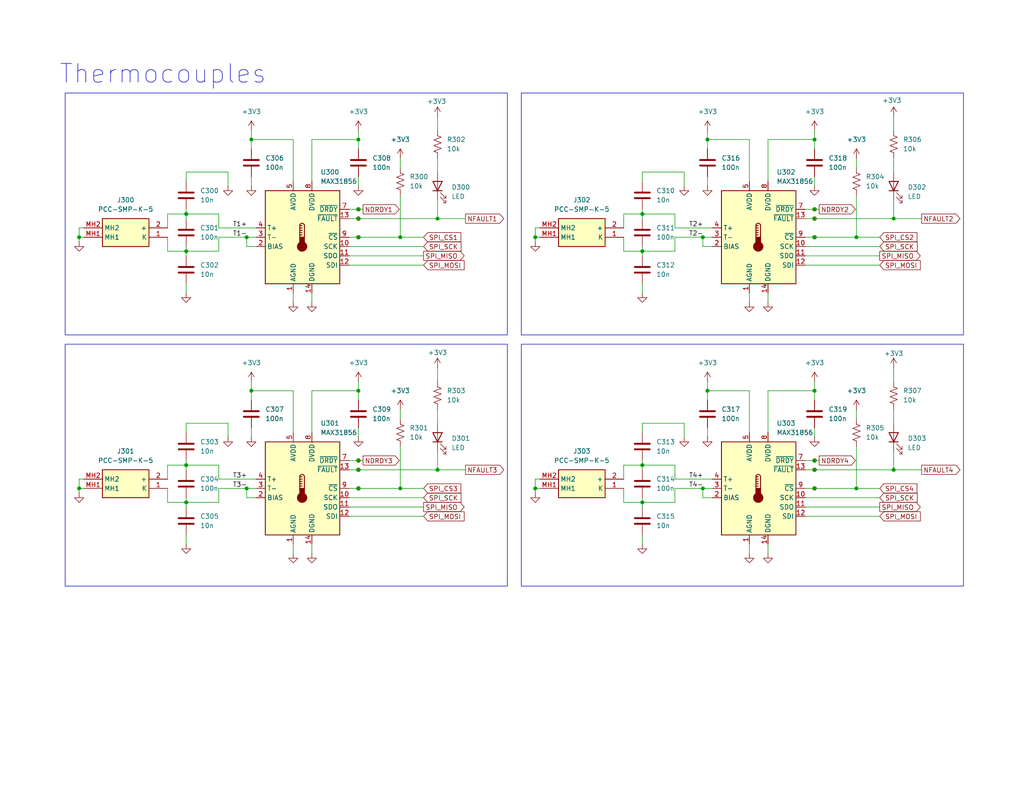
<source format=kicad_sch>
(kicad_sch (version 20250114) (generator "eeschema") (generator_version "9.0")
  (paper "USLetter")
  (title_block (title "Thermocouple Board") (date "2025-10-15") (rev "1A") (company "Aggie Propulsion and Rocketry Lab") (comment 1 "Drawn by: Nolan Poe") (comment 2 "Checked by: Daniel Fan"))
  (lib_symbols
    (symbol "Connector:TestPoint_Small" (pin_numbers (hide yes)) (pin_names (offset 0.762) (hide yes))
      (property "Reference" "TP" (at 0 3.81 0))
      (property "Value" "TestPoint_Small" (at 0 2.032 0))
      (symbol "TestPoint_Small_0_1"
        (circle (center 0 0) (radius 0.508))
      )
      (symbol "TestPoint_Small_1_1"
        (pin passive line (at 0 0 90) (length 0) (name "1") (number "1"))
      )
    )
    (symbol "Device:C" (pin_numbers (hide yes)) (pin_names (offset 0.254))
      (property "Reference" "C" (at 0.635 2.54 0))
      (property "Value" "C" (at 0.635 -2.54 0))
      (symbol "C_0_1"
        (polyline (pts (xy -2.032 0.762) (xy 2.032 0.762)) (stroke (width 0.508)))
        (polyline (pts (xy -2.032 -0.762) (xy 2.032 -0.762)) (stroke (width 0.508)))
      )
      (symbol "C_1_1"
        (pin passive line (at 0 3.81 270) (length 2.794) (name "~") (number "1"))
        (pin passive line (at 0 -3.81 90) (length 2.794) (name "~") (number "2"))
      )
    )
    (symbol "Device:LED" (pin_numbers (hide yes)) (pin_names (offset 1.016) (hide yes))
      (property "Reference" "D" (at 0 2.54 0))
      (property "Value" "LED" (at 0 -2.54 0))
      (symbol "LED_0_1"
        (polyline (pts (xy -3.048 -0.762) (xy -4.572 -2.286) (xy -3.81 -2.286) (xy -4.572 -2.286) (xy -4.572 -1.524)))
        (polyline (pts (xy -1.778 -0.762) (xy -3.302 -2.286) (xy -2.54 -2.286) (xy -3.302 -2.286) (xy -3.302 -1.524)))
        (polyline (pts (xy -1.27 0) (xy 1.27 0)))
        (polyline (pts (xy -1.27 -1.27) (xy -1.27 1.27)) (stroke (width 0.254)))
        (polyline (pts (xy 1.27 -1.27) (xy 1.27 1.27) (xy -1.27 0) (xy 1.27 -1.27)) (stroke (width 0.254)))
      )
      (symbol "LED_1_1"
        (pin passive line (at -3.81 0 0) (length 2.54) (name "K") (number "1"))
        (pin passive line (at 3.81 0 180) (length 2.54) (name "A") (number "2"))
      )
    )
    (symbol "Device:R_US" (pin_numbers (hide yes)) (pin_names (offset 0))
      (property "Reference" "R" (at 2.54 0 90))
      (property "Value" "R_US" (at -2.54 0 90))
      (symbol "R_US_0_1"
        (polyline (pts (xy 0 2.286) (xy 0 2.54)))
        (polyline (pts (xy 0 2.286) (xy 1.016 1.905) (xy 0 1.524) (xy -1.016 1.143) (xy 0 0.762)))
        (polyline (pts (xy 0 0.762) (xy 1.016 0.381) (xy 0 0) (xy -1.016 -0.381) (xy 0 -0.762)))
        (polyline (pts (xy 0 -0.762) (xy 1.016 -1.143) (xy 0 -1.524) (xy -1.016 -1.905) (xy 0 -2.286)))
        (polyline (pts (xy 0 -2.286) (xy 0 -2.54)))
      )
      (symbol "R_US_1_1"
        (pin passive line (at 0 3.81 270) (length 1.27) (name "~") (number "1"))
        (pin passive line (at 0 -3.81 90) (length 1.27) (name "~") (number "2"))
      )
    )
    (symbol "MAX31856TriState:MAX31856"
      (property "Reference" "U" (at -7.62 13.97 0))
      (property "Value" "MAX31856" (at 13.97 13.97 0))
      (symbol "MAX31856_0_1"
        (rectangle (start -10.16 12.7) (end 10.16 -12.7) (stroke (width 0.254)) (fill (type background)))
        (polyline (pts (xy -0.762 3.175) (xy -0.762 0)) (stroke (width 0.254)))
        (polyline (pts (xy -0.762 3.175) (xy -0.127 3.175)) (stroke (width 0.254)))
        (polyline (pts (xy -0.762 2.54) (xy -0.127 2.54)) (stroke (width 0.254)))
        (polyline (pts (xy -0.762 1.905) (xy -0.127 1.905)) (stroke (width 0.254)))
        (polyline (pts (xy -0.762 1.27) (xy -0.127 1.27)) (stroke (width 0.254)))
        (polyline (pts (xy -0.762 0.635) (xy -0.127 0.635)) (stroke (width 0.254)))
        (arc (start -0.762 3.175) (mid -0.127 3.8073) (end 0.508 3.175) (stroke (width 0.254)))
        (circle (center -0.127 -2.54) (radius 1.27) (stroke (width 0.254)) (fill (type outline)))
        (polyline (pts (xy 0.508 3.175) (xy 0.508 0)) (stroke (width 0.254)))
        (rectangle (start 0.508 -1.905) (end -0.762 0) (stroke (width 0.254)) (fill (type outline)))
      )
      (symbol "MAX31856_1_1"
        (pin input line (at -12.7 2.54 0) (length 2.54) (name "T+") (number "4"))
        (pin input line (at -12.7 0 0) (length 2.54) (name "T-") (number "3"))
        (pin input line (at -12.7 -2.54 0) (length 2.54) (name "BIAS") (number "2"))
        (pin no_connect line (at -10.16 -7.62 0) (length 2.54) (hide yes) (name "DNC") (number "6"))
        (pin power_in line (at -2.54 15.24 270) (length 2.54) (name "AVDD") (number "5"))
        (pin power_in line (at -2.54 -15.24 90) (length 2.54) (name "AGND") (number "1"))
        (pin power_in line (at 2.54 15.24 270) (length 2.54) (name "DVDD") (number "8"))
        (pin power_in line (at 2.54 -15.24 90) (length 2.54) (name "DGND") (number "14"))
        (pin output line (at 12.7 7.62 180) (length 2.54) (name "~{DRDY}") (number "7"))
        (pin output line (at 12.7 5.08 180) (length 2.54) (name "~{FAULT}") (number "13"))
        (pin input line (at 12.7 0 180) (length 2.54) (name "~{CS}") (number "9"))
        (pin input line (at 12.7 -2.54 180) (length 2.54) (name "SCK") (number "10"))
        (pin tri_state line (at 12.7 -5.08 180) (length 2.54) (name "SDO") (number "11"))
        (pin input line (at 12.7 -7.62 180) (length 2.54) (name "SDI") (number "12"))
      )
    )
    (symbol "PCC-SMP-K-5:PCC-SMP-K-5"
      (property "Reference" "J" (at 19.05 7.62 0))
      (property "Value" "PCC-SMP-K-5" (at 19.05 5.08 0))
      (symbol "PCC-SMP-K-5_1_1"
        (rectangle (start 5.08 2.54) (end 17.78 -5.08) (stroke (width 0.254)) (fill (type background)))
        (pin passive line (at 0 0 0) (length 5.08) (name "+") (number "2"))
        (pin passive line (at 0 -2.54 0) (length 5.08) (name "K") (number "1"))
        (pin passive line (at 22.86 0 180) (length 5.08) (name "MH2") (number "MH2"))
        (pin passive line (at 22.86 -2.54 180) (length 5.08) (name "MH1") (number "MH1"))
      )
    )
    (symbol "power:+3V3" (power) (pin_numbers (hide yes)) (pin_names (offset 0) (hide yes))
      (property "Value" "+3V3" (at 0 3.556 0))
      (symbol "+3V3_0_1"
        (polyline (pts (xy -0.762 1.27) (xy 0 2.54)))
        (polyline (pts (xy 0 2.54) (xy 0.762 1.27)))
        (polyline (pts (xy 0 0) (xy 0 2.54)))
      )
      (symbol "+3V3_1_1"
        (pin power_in line (at 0 0 90) (length 0) (name "~") (number "1"))
      )
    )
    (symbol "power:GND" (power) (pin_numbers (hide yes)) (pin_names (offset 0) (hide yes))
      (property "Value" "GND" (at 0 -3.81 0))
      (symbol "GND_0_1"
        (polyline (pts (xy 0 0) (xy 0 -1.27) (xy 1.27 -1.27) (xy 0 -2.54) (xy -1.27 -1.27) (xy 0 -1.27)))
      )
      (symbol "GND_1_1"
        (pin power_in line (at 0 0 270) (length 0) (name "~") (number "1"))
      )
    )
  )
  (rectangle (start 142.24 93.98) (end 262.89 160.02))
  (rectangle (start 17.78 93.98) (end 138.43 160.02))
  (rectangle (start 142.24 25.4) (end 262.89 91.44))
  (rectangle (start 17.78 25.4) (end 138.43 91.44))
  (text "Thermocouples" (at 44.45 20.32 0) (effects (font (size 5.08 5.08))))
  (junction (at 67.31 133.35))
  (junction (at 222.25 57.15))
  (junction (at 222.25 59.69))
  (junction (at 243.84 128.27))
  (junction (at 146.05 133.35))
  (junction (at 175.26 58.42))
  (junction (at 191.77 133.35))
  (junction (at 222.25 125.73))
  (junction (at 233.68 64.77))
  (junction (at 97.79 59.69))
  (junction (at 97.79 133.35))
  (junction (at 68.58 38.1))
  (junction (at 243.84 59.69))
  (junction (at 222.25 128.27))
  (junction (at 50.8 68.58))
  (junction (at 233.68 133.35))
  (junction (at 146.05 64.77))
  (junction (at 97.79 128.27))
  (junction (at 68.58 106.68))
  (junction (at 222.25 38.1))
  (junction (at 97.79 64.77))
  (junction (at 193.04 106.68))
  (junction (at 50.8 58.42))
  (junction (at 109.22 133.35))
  (junction (at 21.59 64.77))
  (junction (at 97.79 106.68))
  (junction (at 222.25 133.35))
  (junction (at 50.8 137.16))
  (junction (at 21.59 133.35))
  (junction (at 97.79 38.1))
  (junction (at 119.38 59.69))
  (junction (at 191.77 64.77))
  (junction (at 119.38 128.27))
  (junction (at 175.26 137.16))
  (junction (at 175.26 68.58))
  (junction (at 97.79 57.15))
  (junction (at 50.8 127))
  (junction (at 109.22 64.77))
  (junction (at 222.25 64.77))
  (junction (at 222.25 106.68))
  (junction (at 175.26 127))
  (junction (at 193.04 38.1))
  (junction (at 67.31 64.77))
  (junction (at 97.79 125.73))
  (wire (pts (xy 85.09 38.1) (xy 97.79 38.1)))
  (wire (pts (xy 69.85 130.81) (xy 59.69 130.81)))
  (wire (pts (xy 69.85 67.31) (xy 67.31 67.31)))
  (wire (pts (xy 119.38 100.33) (xy 119.38 104.14)))
  (wire (pts (xy 85.09 106.68) (xy 97.79 106.68)))
  (wire (pts (xy 209.55 151.13) (xy 209.55 148.59)))
  (wire (pts (xy 193.04 38.1) (xy 204.47 38.1)))
  (wire (pts (xy 85.09 151.13) (xy 85.09 148.59)))
  (wire (pts (xy 95.25 138.43) (xy 115.57 138.43)))
  (wire (pts (xy 222.25 116.84) (xy 222.25 119.38)))
  (wire (pts (xy 97.79 64.77) (xy 95.25 64.77)))
  (wire (pts (xy 170.18 133.35) (xy 170.18 137.16)))
  (wire (pts (xy 219.71 69.85) (xy 240.03 69.85)))
  (wire (pts (xy 67.31 64.77) (xy 69.85 64.77)))
  (wire (pts (xy 85.09 118.11) (xy 85.09 106.68)))
  (wire (pts (xy 146.05 130.81) (xy 146.05 133.35)))
  (wire (pts (xy 186.69 115.57) (xy 175.26 115.57)))
  (wire (pts (xy 243.84 31.75) (xy 243.84 35.56)))
  (wire (pts (xy 191.77 133.35) (xy 194.31 133.35)))
  (wire (pts (xy 95.25 69.85) (xy 115.57 69.85)))
  (wire (pts (xy 184.15 64.77) (xy 184.15 68.58)))
  (wire (pts (xy 243.84 123.19) (xy 243.84 128.27)))
  (wire (pts (xy 50.8 68.58) (xy 59.69 68.58)))
  (wire (pts (xy 62.23 50.8) (xy 62.23 46.99)))
  (wire (pts (xy 95.25 59.69) (xy 97.79 59.69)))
  (wire (pts (xy 175.26 146.05) (xy 175.26 148.59)))
  (wire (pts (xy 191.77 133.35) (xy 191.77 135.89)))
  (wire (pts (xy 85.09 82.55) (xy 85.09 80.01)))
  (wire (pts (xy 50.8 127) (xy 59.69 127)))
  (wire (pts (xy 222.25 48.26) (xy 222.25 50.8)))
  (wire (pts (xy 69.85 62.23) (xy 59.69 62.23)))
  (wire (pts (xy 68.58 38.1) (xy 80.01 38.1)))
  (wire (pts (xy 59.69 64.77) (xy 59.69 68.58)))
  (wire (pts (xy 170.18 127) (xy 170.18 130.81)))
  (wire (pts (xy 193.04 35.56) (xy 193.04 38.1)))
  (wire (pts (xy 170.18 58.42) (xy 170.18 62.23)))
  (wire (pts (xy 175.26 46.99) (xy 175.26 49.53)))
  (wire (pts (xy 209.55 118.11) (xy 209.55 106.68)))
  (wire (pts (xy 21.59 130.81) (xy 22.86 130.81)))
  (wire (pts (xy 50.8 125.73) (xy 50.8 127)))
  (wire (pts (xy 175.26 127) (xy 170.18 127)))
  (wire (pts (xy 209.55 38.1) (xy 222.25 38.1)))
  (wire (pts (xy 233.68 64.77) (xy 240.03 64.77)))
  (wire (pts (xy 67.31 135.89) (xy 69.85 135.89)))
  (wire (pts (xy 222.25 106.68) (xy 222.25 109.22)))
  (wire (pts (xy 219.71 67.31) (xy 240.03 67.31)))
  (wire (pts (xy 175.26 69.85) (xy 175.26 68.58)))
  (wire (pts (xy 95.25 128.27) (xy 97.79 128.27)))
  (wire (pts (xy 194.31 62.23) (xy 184.15 62.23)))
  (wire (pts (xy 193.04 104.14) (xy 193.04 106.68)))
  (wire (pts (xy 68.58 106.68) (xy 68.58 109.22)))
  (wire (pts (xy 50.8 46.99) (xy 50.8 49.53)))
  (wire (pts (xy 109.22 43.18) (xy 109.22 45.72)))
  (wire (pts (xy 21.59 62.23) (xy 21.59 64.77)))
  (wire (pts (xy 99.06 125.73) (xy 97.79 125.73)))
  (wire (pts (xy 219.71 72.39) (xy 240.03 72.39)))
  (wire (pts (xy 191.77 67.31) (xy 191.77 64.77)))
  (wire (pts (xy 175.26 68.58) (xy 184.15 68.58)))
  (wire (pts (xy 222.25 133.35) (xy 219.71 133.35)))
  (wire (pts (xy 184.15 62.23) (xy 184.15 58.42)))
  (wire (pts (xy 146.05 64.77) (xy 147.32 64.77)))
  (wire (pts (xy 68.58 104.14) (xy 68.58 106.68)))
  (wire (pts (xy 175.26 138.43) (xy 175.26 137.16)))
  (wire (pts (xy 243.84 43.18) (xy 243.84 46.99)))
  (wire (pts (xy 59.69 64.77) (xy 67.31 64.77)))
  (wire (pts (xy 193.04 119.38) (xy 193.04 116.84)))
  (wire (pts (xy 170.18 137.16) (xy 175.26 137.16)))
  (wire (pts (xy 68.58 38.1) (xy 68.58 40.64)))
  (wire (pts (xy 146.05 130.81) (xy 147.32 130.81)))
  (wire (pts (xy 219.71 57.15) (xy 222.25 57.15)))
  (wire (pts (xy 222.25 38.1) (xy 222.25 40.64)))
  (wire (pts (xy 68.58 106.68) (xy 80.01 106.68)))
  (wire (pts (xy 233.68 43.18) (xy 233.68 45.72)))
  (wire (pts (xy 62.23 46.99) (xy 50.8 46.99)))
  (wire (pts (xy 209.55 82.55) (xy 209.55 80.01)))
  (wire (pts (xy 68.58 119.38) (xy 68.58 116.84)))
  (wire (pts (xy 222.25 128.27) (xy 219.71 128.27)))
  (wire (pts (xy 50.8 138.43) (xy 50.8 137.16)))
  (wire (pts (xy 243.84 128.27) (xy 222.25 128.27)))
  (wire (pts (xy 146.05 62.23) (xy 146.05 64.77)))
  (wire (pts (xy 97.79 48.26) (xy 97.79 50.8)))
  (wire (pts (xy 175.26 77.47) (xy 175.26 80.01)))
  (wire (pts (xy 95.25 125.73) (xy 97.79 125.73)))
  (wire (pts (xy 175.26 127) (xy 175.26 128.27)))
  (wire (pts (xy 204.47 151.13) (xy 204.47 148.59)))
  (wire (pts (xy 170.18 68.58) (xy 175.26 68.58)))
  (wire (pts (xy 146.05 133.35) (xy 147.32 133.35)))
  (wire (pts (xy 109.22 111.76) (xy 109.22 114.3)))
  (wire (pts (xy 219.71 125.73) (xy 222.25 125.73)))
  (wire (pts (xy 109.22 133.35) (xy 115.57 133.35)))
  (wire (pts (xy 194.31 130.81) (xy 184.15 130.81)))
  (wire (pts (xy 119.38 43.18) (xy 119.38 46.99)))
  (wire (pts (xy 119.38 111.76) (xy 119.38 115.57)))
  (wire (pts (xy 243.84 100.33) (xy 243.84 104.14)))
  (wire (pts (xy 146.05 133.35) (xy 146.05 134.62)))
  (wire (pts (xy 59.69 62.23) (xy 59.69 58.42)))
  (wire (pts (xy 219.71 140.97) (xy 240.03 140.97)))
  (wire (pts (xy 45.72 127) (xy 45.72 130.81)))
  (wire (pts (xy 175.26 58.42) (xy 184.15 58.42)))
  (wire (pts (xy 85.09 49.53) (xy 85.09 38.1)))
  (wire (pts (xy 222.25 64.77) (xy 219.71 64.77)))
  (wire (pts (xy 67.31 133.35) (xy 69.85 133.35)))
  (wire (pts (xy 50.8 115.57) (xy 50.8 118.11)))
  (wire (pts (xy 243.84 59.69) (xy 251.46 59.69)))
  (wire (pts (xy 186.69 119.38) (xy 186.69 115.57)))
  (wire (pts (xy 80.01 82.55) (xy 80.01 80.01)))
  (wire (pts (xy 45.72 137.16) (xy 50.8 137.16)))
  (wire (pts (xy 193.04 106.68) (xy 193.04 109.22)))
  (wire (pts (xy 95.25 57.15) (xy 97.79 57.15)))
  (wire (pts (xy 175.26 137.16) (xy 184.15 137.16)))
  (wire (pts (xy 175.26 58.42) (xy 170.18 58.42)))
  (wire (pts (xy 233.68 133.35) (xy 222.25 133.35)))
  (wire (pts (xy 175.26 68.58) (xy 175.26 67.31)))
  (wire (pts (xy 109.22 64.77) (xy 115.57 64.77)))
  (wire (pts (xy 193.04 106.68) (xy 204.47 106.68)))
  (wire (pts (xy 204.47 38.1) (xy 204.47 49.53)))
  (wire (pts (xy 219.71 138.43) (xy 240.03 138.43)))
  (wire (pts (xy 243.84 111.76) (xy 243.84 115.57)))
  (wire (pts (xy 109.22 133.35) (xy 97.79 133.35)))
  (wire (pts (xy 175.26 58.42) (xy 175.26 59.69)))
  (wire (pts (xy 50.8 137.16) (xy 50.8 135.89)))
  (wire (pts (xy 186.69 46.99) (xy 175.26 46.99)))
  (wire (pts (xy 222.25 35.56) (xy 222.25 38.1)))
  (wire (pts (xy 50.8 68.58) (xy 50.8 67.31)))
  (wire (pts (xy 50.8 57.15) (xy 50.8 58.42)))
  (wire (pts (xy 50.8 127) (xy 50.8 128.27)))
  (wire (pts (xy 95.25 140.97) (xy 115.57 140.97)))
  (wire (pts (xy 97.79 106.68) (xy 97.79 109.22)))
  (wire (pts (xy 50.8 69.85) (xy 50.8 68.58)))
  (wire (pts (xy 175.26 137.16) (xy 175.26 135.89)))
  (wire (pts (xy 175.26 115.57) (xy 175.26 118.11)))
  (wire (pts (xy 45.72 64.77) (xy 45.72 68.58)))
  (wire (pts (xy 80.01 106.68) (xy 80.01 118.11)))
  (wire (pts (xy 194.31 67.31) (xy 191.77 67.31)))
  (wire (pts (xy 119.38 59.69) (xy 127 59.69)))
  (wire (pts (xy 97.79 128.27) (xy 119.38 128.27)))
  (wire (pts (xy 233.68 133.35) (xy 240.03 133.35)))
  (wire (pts (xy 21.59 133.35) (xy 21.59 134.62)))
  (wire (pts (xy 119.38 31.75) (xy 119.38 35.56)))
  (wire (pts (xy 59.69 133.35) (xy 59.69 137.16)))
  (wire (pts (xy 204.47 82.55) (xy 204.47 80.01)))
  (wire (pts (xy 50.8 77.47) (xy 50.8 80.01)))
  (wire (pts (xy 68.58 50.8) (xy 68.58 48.26)))
  (wire (pts (xy 175.26 57.15) (xy 175.26 58.42)))
  (wire (pts (xy 109.22 64.77) (xy 97.79 64.77)))
  (wire (pts (xy 50.8 127) (xy 45.72 127)))
  (wire (pts (xy 119.38 128.27) (xy 127 128.27)))
  (wire (pts (xy 50.8 58.42) (xy 59.69 58.42)))
  (wire (pts (xy 109.22 53.34) (xy 109.22 64.77)))
  (wire (pts (xy 97.79 38.1) (xy 97.79 40.64)))
  (wire (pts (xy 243.84 54.61) (xy 243.84 59.69)))
  (wire (pts (xy 97.79 104.14) (xy 97.79 106.68)))
  (wire (pts (xy 50.8 58.42) (xy 45.72 58.42)))
  (wire (pts (xy 67.31 67.31) (xy 67.31 64.77)))
  (wire (pts (xy 50.8 146.05) (xy 50.8 148.59)))
  (wire (pts (xy 186.69 50.8) (xy 186.69 46.99)))
  (wire (pts (xy 95.25 67.31) (xy 115.57 67.31)))
  (wire (pts (xy 194.31 135.89) (xy 191.77 135.89)))
  (wire (pts (xy 146.05 62.23) (xy 147.32 62.23)))
  (wire (pts (xy 184.15 130.81) (xy 184.15 127)))
  (wire (pts (xy 193.04 38.1) (xy 193.04 40.64)))
  (wire (pts (xy 21.59 64.77) (xy 21.59 66.04)))
  (wire (pts (xy 222.25 125.73) (xy 223.52 125.73)))
  (wire (pts (xy 21.59 133.35) (xy 22.86 133.35)))
  (wire (pts (xy 95.25 135.89) (xy 115.57 135.89)))
  (wire (pts (xy 209.55 106.68) (xy 222.25 106.68)))
  (wire (pts (xy 62.23 119.38) (xy 62.23 115.57)))
  (wire (pts (xy 21.59 64.77) (xy 22.86 64.77)))
  (wire (pts (xy 45.72 133.35) (xy 45.72 137.16)))
  (wire (pts (xy 80.01 38.1) (xy 80.01 49.53)))
  (wire (pts (xy 233.68 64.77) (xy 222.25 64.77)))
  (wire (pts (xy 233.68 53.34) (xy 233.68 64.77)))
  (wire (pts (xy 62.23 115.57) (xy 50.8 115.57)))
  (wire (pts (xy 219.71 59.69) (xy 222.25 59.69)))
  (wire (pts (xy 119.38 54.61) (xy 119.38 59.69)))
  (wire (pts (xy 50.8 137.16) (xy 59.69 137.16)))
  (wire (pts (xy 243.84 128.27) (xy 251.46 128.27)))
  (wire (pts (xy 184.15 64.77) (xy 191.77 64.77)))
  (wire (pts (xy 219.71 135.89) (xy 240.03 135.89)))
  (wire (pts (xy 99.06 57.15) (xy 97.79 57.15)))
  (wire (pts (xy 222.25 57.15) (xy 223.52 57.15)))
  (wire (pts (xy 170.18 64.77) (xy 170.18 68.58)))
  (wire (pts (xy 175.26 125.73) (xy 175.26 127)))
  (wire (pts (xy 68.58 35.56) (xy 68.58 38.1)))
  (wire (pts (xy 222.25 104.14) (xy 222.25 106.68)))
  (wire (pts (xy 191.77 64.77) (xy 194.31 64.77)))
  (wire (pts (xy 45.72 58.42) (xy 45.72 62.23)))
  (wire (pts (xy 59.69 133.35) (xy 67.31 133.35)))
  (wire (pts (xy 193.04 50.8) (xy 193.04 48.26)))
  (wire (pts (xy 184.15 133.35) (xy 191.77 133.35)))
  (wire (pts (xy 209.55 49.53) (xy 209.55 38.1)))
  (wire (pts (xy 97.79 133.35) (xy 95.25 133.35)))
  (wire (pts (xy 97.79 59.69) (xy 119.38 59.69)))
  (wire (pts (xy 222.25 59.69) (xy 243.84 59.69)))
  (wire (pts (xy 146.05 64.77) (xy 146.05 66.04)))
  (wire (pts (xy 175.26 127) (xy 184.15 127)))
  (wire (pts (xy 109.22 121.92) (xy 109.22 133.35)))
  (wire (pts (xy 50.8 58.42) (xy 50.8 59.69)))
  (wire (pts (xy 95.25 72.39) (xy 115.57 72.39)))
  (wire (pts (xy 67.31 135.89) (xy 67.31 133.35)))
  (wire (pts (xy 233.68 111.76) (xy 233.68 114.3)))
  (wire (pts (xy 204.47 106.68) (xy 204.47 118.11)))
  (wire (pts (xy 233.68 121.92) (xy 233.68 133.35)))
  (wire (pts (xy 21.59 130.81) (xy 21.59 133.35)))
  (wire (pts (xy 59.69 130.81) (xy 59.69 127)))
  (wire (pts (xy 97.79 116.84) (xy 97.79 119.38)))
  (wire (pts (xy 184.15 133.35) (xy 184.15 137.16)))
  (wire (pts (xy 45.72 68.58) (xy 50.8 68.58)))
  (wire (pts (xy 97.79 35.56) (xy 97.79 38.1)))
  (wire (pts (xy 21.59 62.23) (xy 22.86 62.23)))
  (wire (pts (xy 119.38 123.19) (xy 119.38 128.27)))
  (wire (pts (xy 80.01 151.13) (xy 80.01 148.59)))
  (label "T4-" (at 187.96 133.35 0))
  (label "T2-" (at 187.96 64.77 0))
  (label "T2+" (at 187.96 62.23 0))
  (label "T1+" (at 63.5 62.23 0))
  (label "T3+" (at 63.5 130.81 0))
  (label "T4+" (at 187.96 130.81 0))
  (label "T3-" (at 63.5 133.35 0))
  (label "T1-" (at 63.5 64.77 0))
  (global_label "SPI_MISO" (shape output) (at 240.03 138.43 0) (property "Intersheetrefs" "${INTERSHEET_REFS}" (effects (hide yes))))
  (global_label "NFAULT1" (shape output) (at 127 59.69 0) (property "Intersheetrefs" "${INTERSHEET_REFS}" (effects (hide yes))))
  (global_label "NDRDY4" (shape output) (at 223.52 125.73 0) (property "Intersheetrefs" "${INTERSHEET_REFS}" (effects (hide yes))))
  (global_label "SPI_SCK" (shape input) (at 115.57 135.89 0) (property "Intersheetrefs" "${INTERSHEET_REFS}" (effects (hide yes))))
  (global_label "SPI_MISO" (shape output) (at 115.57 69.85 0) (property "Intersheetrefs" "${INTERSHEET_REFS}" (effects (hide yes))))
  (global_label "NFAULT4" (shape output) (at 251.46 128.27 0) (property "Intersheetrefs" "${INTERSHEET_REFS}" (effects (hide yes))))
  (global_label "SPI_MOSI" (shape input) (at 115.57 140.97 0) (property "Intersheetrefs" "${INTERSHEET_REFS}" (effects (hide yes))))
  (global_label "SPI_MISO" (shape output) (at 240.03 69.85 0) (property "Intersheetrefs" "${INTERSHEET_REFS}" (effects (hide yes))))
  (global_label "NFAULT2" (shape output) (at 251.46 59.69 0) (property "Intersheetrefs" "${INTERSHEET_REFS}" (effects (hide yes))))
  (global_label "SPI_CS1" (shape input) (at 115.57 64.77 0) (property "Intersheetrefs" "${INTERSHEET_REFS}" (effects (hide yes))))
  (global_label "SPI_SCK" (shape input) (at 240.03 67.31 0) (property "Intersheetrefs" "${INTERSHEET_REFS}" (effects (hide yes))))
  (global_label "SPI_MOSI" (shape input) (at 240.03 140.97 0) (property "Intersheetrefs" "${INTERSHEET_REFS}" (effects (hide yes))))
  (global_label "NDRDY3" (shape output) (at 99.06 125.73 0) (property "Intersheetrefs" "${INTERSHEET_REFS}" (effects (hide yes))))
  (global_label "NFAULT3" (shape output) (at 127 128.27 0) (property "Intersheetrefs" "${INTERSHEET_REFS}" (effects (hide yes))))
  (global_label "SPI_CS4" (shape input) (at 240.03 133.35 0) (property "Intersheetrefs" "${INTERSHEET_REFS}" (effects (hide yes))))
  (global_label "SPI_MISO" (shape output) (at 115.57 138.43 0) (property "Intersheetrefs" "${INTERSHEET_REFS}" (effects (hide yes))))
  (global_label "SPI_MOSI" (shape input) (at 240.03 72.39 0) (property "Intersheetrefs" "${INTERSHEET_REFS}" (effects (hide yes))))
  (global_label "SPI_MOSI" (shape input) (at 115.57 72.39 0) (property "Intersheetrefs" "${INTERSHEET_REFS}" (effects (hide yes))))
  (global_label "NDRDY1" (shape output) (at 99.06 57.15 0) (property "Intersheetrefs" "${INTERSHEET_REFS}" (effects (hide yes))))
  (global_label "SPI_SCK" (shape input) (at 115.57 67.31 0) (property "Intersheetrefs" "${INTERSHEET_REFS}" (effects (hide yes))))
  (global_label "SPI_CS3" (shape input) (at 115.57 133.35 0) (property "Intersheetrefs" "${INTERSHEET_REFS}" (effects (hide yes))))
  (global_label "SPI_CS2" (shape input) (at 240.03 64.77 0) (property "Intersheetrefs" "${INTERSHEET_REFS}" (effects (hide yes))))
  (global_label "NDRDY2" (shape output) (at 223.52 57.15 0) (property "Intersheetrefs" "${INTERSHEET_REFS}" (effects (hide yes))))
  (global_label "SPI_SCK" (shape input) (at 240.03 135.89 0) (property "Intersheetrefs" "${INTERSHEET_REFS}" (effects (hide yes))))
  (symbol (lib_id "Device:R_US") (at 243.84 107.95 0) (unit 1)
    (property "Reference" "R307" (at 246.38 106.6799 0) (effects (justify left)))
    (property "Value" "10k" (at 246.38 109.2199 0) (effects (justify left)))
    (property "Footprint" "Library:R_0402_1005Metric" (effects (hide yes)))
    (property "Description" "Resistor, US symbol" (effects (hide yes)))
    (property "LCSC" "C105875" (effects (hide yes)))
  )
  (symbol (lib_id "Connector:TestPoint_Small") (at 222.25 133.35 0) (unit 1) (in_bom no)
    (property "Reference" "TP311" (effects (hide yes)))
    (property "Value" "TestPoint_Small" (effects (hide yes)))
    (property "Footprint" "Library:TestPoint_Pad_D1.0mm" (effects (hide yes)))
    (property "Description" "test point" (effects (hide yes)))
  )
  (symbol (lib_id "PCC-SMP-K-5:PCC-SMP-K-5") (at 170.18 62.23 0) (mirror y) (unit 1)
    (property "Reference" "J302" (at 158.75 54.61 0))
    (property "Value" "PCC-SMP-K-5" (at 158.75 57.15 0))
    (property "Footprint" "Omega:PCCSMPK5" (effects (hide yes)))
    (property "Datasheet" "https://br.omega.com/omegaFiles/temperature/pdf/PCC-OST-SMP.pdf" (effects (hide yes)))
    (property "Description" "OMEGA - PCC-SMP-K-5 - THERMOCOUPLE CONN, K TYPE, RCPT, PK 5" (effects (hide yes)))
    (property "Height" "6.3" (effects (hide yes)))
    (property "Manufacturer_Name" "OMEGA" (effects (hide yes)))
    (property "Manufacturer_Part_Number" "PCC-SMP-K-5" (effects (hide yes)))
  )
  (symbol (lib_id "power:GND") (at 62.23 50.8 0) (unit 1)
    (property "Reference" "#PWR0304" (effects (hide yes)))
    (property "Value" "GND" (effects (hide yes)))
    (property "Description" "Power symbol creates a global label with name \"GND\" , ground" (effects (hide yes)))
  )
  (symbol (lib_id "Connector:TestPoint_Small") (at 97.79 57.15 0) (unit 1) (in_bom no)
    (property "Reference" "TP300" (effects (hide yes)))
    (property "Value" "TestPoint_Small" (effects (hide yes)))
    (property "Footprint" "Library:TestPoint_Pad_D1.0mm" (effects (hide yes)))
    (property "Description" "test point" (effects (hide yes)))
  )
  (symbol (lib_id "MAX31856TriState:MAX31856") (at 207.01 64.77 0) (unit 1)
    (property "Reference" "U302" (at 211.8995 46.99 0) (effects (justify left)))
    (property "Value" "MAX31856" (at 211.8995 49.53 0) (effects (justify left)))
    (property "Footprint" "Package_SO:TSSOP-14_4.4x5mm_P0.65mm" (effects (hide yes)))
    (property "Datasheet" "https://datasheets.maximintegrated.com/en/ds/MAX31856.pdf" (effects (hide yes)))
    (property "Description" "Precision Thermocouple to Digital Converter with Linearization, TSSOP-14" (effects (hide yes)))
    (property "LCSC" "C2653162" (effects (hide yes)))
  )
  (symbol (lib_id "Connector:TestPoint_Small") (at 97.79 64.77 0) (unit 1) (in_bom no)
    (property "Reference" "TP302" (effects (hide yes)))
    (property "Value" "TestPoint_Small" (effects (hide yes)))
    (property "Footprint" "Library:TestPoint_Pad_D1.0mm" (effects (hide yes)))
    (property "Description" "test point" (effects (hide yes)))
  )
  (symbol (lib_id "Device:C") (at 68.58 113.03 0) (unit 1)
    (property "Reference" "C307" (at 72.39 111.7599 0) (effects (justify left)))
    (property "Value" "100n" (at 72.39 114.2999 0) (effects (justify left)))
    (property "Footprint" "Library:C_0402_1005Metric" (effects (hide yes)))
    (property "Description" "Unpolarized capacitor" (effects (hide yes)))
    (property "LCSC" "C1525" (effects (hide yes)))
  )
  (symbol (lib_id "power:+3V3") (at 193.04 104.14 0) (unit 1)
    (property "Reference" "#PWR0330" (effects (hide yes)))
    (property "Value" "+3V3" (at 193.04 99.06 0))
    (property "Description" "Power symbol creates a global label with name \"+3V3\"" (effects (hide yes)))
  )
  (symbol (lib_id "power:GND") (at 204.47 151.13 0) (unit 1)
    (property "Reference" "#PWR0333" (effects (hide yes)))
    (property "Value" "GND" (effects (hide yes)))
    (property "Description" "Power symbol creates a global label with name \"GND\" , ground" (effects (hide yes)))
  )
  (symbol (lib_id "PCC-SMP-K-5:PCC-SMP-K-5") (at 170.18 130.81 0) (mirror y) (unit 1)
    (property "Reference" "J303" (at 158.75 123.19 0))
    (property "Value" "PCC-SMP-K-5" (at 158.75 125.73 0))
    (property "Footprint" "Omega:PCCSMPK5" (effects (hide yes)))
    (property "Datasheet" "https://br.omega.com/omegaFiles/temperature/pdf/PCC-OST-SMP.pdf" (effects (hide yes)))
    (property "Description" "OMEGA - PCC-SMP-K-5 - THERMOCOUPLE CONN, K TYPE, RCPT, PK 5" (effects (hide yes)))
    (property "Height" "6.3" (effects (hide yes)))
    (property "Manufacturer_Name" "OMEGA" (effects (hide yes)))
    (property "Manufacturer_Part_Number" "PCC-SMP-K-5" (effects (hide yes)))
  )
  (symbol (lib_id "power:GND") (at 193.04 119.38 0) (unit 1)
    (property "Reference" "#PWR0331" (effects (hide yes)))
    (property "Value" "GND" (effects (hide yes)))
    (property "Description" "Power symbol creates a global label with name \"GND\" , ground" (effects (hide yes)))
  )
  (symbol (lib_id "power:+3V3") (at 68.58 104.14 0) (unit 1)
    (property "Reference" "#PWR0308" (effects (hide yes)))
    (property "Value" "+3V3" (at 68.58 99.06 0))
    (property "Description" "Power symbol creates a global label with name \"+3V3\"" (effects (hide yes)))
  )
  (symbol (lib_id "power:+3V3") (at 68.58 35.56 0) (unit 1)
    (property "Reference" "#PWR0306" (effects (hide yes)))
    (property "Value" "+3V3" (at 68.58 30.48 0))
    (property "Description" "Power symbol creates a global label with name \"+3V3\"" (effects (hide yes)))
  )
  (symbol (lib_id "power:GND") (at 175.26 148.59 0) (unit 1)
    (property "Reference" "#PWR0325" (effects (hide yes)))
    (property "Value" "GND" (effects (hide yes)))
    (property "Description" "Power symbol creates a global label with name \"GND\" , ground" (effects (hide yes)))
  )
  (symbol (lib_id "power:GND") (at 85.09 82.55 0) (unit 1)
    (property "Reference" "#PWR0312" (effects (hide yes)))
    (property "Value" "GND" (effects (hide yes)))
    (property "Description" "Power symbol creates a global label with name \"GND\" , ground" (effects (hide yes)))
  )
  (symbol (lib_id "Device:C") (at 193.04 44.45 0) (unit 1)
    (property "Reference" "C316" (at 196.85 43.1799 0) (effects (justify left)))
    (property "Value" "100n" (at 196.85 45.7199 0) (effects (justify left)))
    (property "Footprint" "Library:C_0402_1005Metric" (effects (hide yes)))
    (property "Description" "Unpolarized capacitor" (effects (hide yes)))
    (property "LCSC" "C1525" (effects (hide yes)))
  )
  (symbol (lib_id "Device:C") (at 97.79 44.45 0) (unit 1)
    (property "Reference" "C308" (at 101.6 43.1799 0) (effects (justify left)))
    (property "Value" "100n" (at 101.6 45.7199 0) (effects (justify left)))
    (property "Footprint" "Library:C_0402_1005Metric" (effects (hide yes)))
    (property "Description" "Unpolarized capacitor" (effects (hide yes)))
    (property "LCSC" "C1525" (effects (hide yes)))
  )
  (symbol (lib_id "MAX31856TriState:MAX31856") (at 82.55 133.35 0) (unit 1)
    (property "Reference" "U301" (at 87.4395 115.57 0) (effects (justify left)))
    (property "Value" "MAX31856" (at 87.4395 118.11 0) (effects (justify left)))
    (property "Footprint" "Package_SO:TSSOP-14_4.4x5mm_P0.65mm" (effects (hide yes)))
    (property "Datasheet" "https://datasheets.maximintegrated.com/en/ds/MAX31856.pdf" (effects (hide yes)))
    (property "Description" "Precision Thermocouple to Digital Converter with Linearization, TSSOP-14" (effects (hide yes)))
    (property "LCSC" "C2653162" (effects (hide yes)))
  )
  (symbol (lib_id "Device:C") (at 50.8 121.92 0) (unit 1)
    (property "Reference" "C303" (at 54.61 120.6499 0) (effects (justify left)))
    (property "Value" "10n" (at 54.61 123.1899 0) (effects (justify left)))
    (property "Footprint" "Library:C_0402_1005Metric" (effects (hide yes)))
    (property "Description" "Unpolarized capacitor" (effects (hide yes)))
    (property "LCSC" "C15195" (effects (hide yes)))
  )
  (symbol (lib_id "power:+3V3") (at 97.79 104.14 0) (unit 1)
    (property "Reference" "#PWR0316" (effects (hide yes)))
    (property "Value" "+3V3" (at 97.79 99.06 0))
    (property "Description" "Power symbol creates a global label with name \"+3V3\"" (effects (hide yes)))
  )
  (symbol (lib_id "power:GND") (at 209.55 151.13 0) (unit 1)
    (property "Reference" "#PWR0335" (effects (hide yes)))
    (property "Value" "GND" (effects (hide yes)))
    (property "Description" "Power symbol creates a global label with name \"GND\" , ground" (effects (hide yes)))
  )
  (symbol (lib_id "Connector:TestPoint_Small") (at 97.79 59.69 0) (unit 1) (in_bom no)
    (property "Reference" "TP301" (effects (hide yes)))
    (property "Value" "TestPoint_Small" (effects (hide yes)))
    (property "Footprint" "Library:TestPoint_Pad_D1.0mm" (effects (hide yes)))
    (property "Description" "test point" (effects (hide yes)))
  )
  (symbol (lib_id "power:GND") (at 68.58 119.38 0) (unit 1)
    (property "Reference" "#PWR0309" (effects (hide yes)))
    (property "Value" "GND" (effects (hide yes)))
    (property "Description" "Power symbol creates a global label with name \"GND\" , ground" (effects (hide yes)))
  )
  (symbol (lib_id "Device:R_US") (at 119.38 39.37 0) (unit 1)
    (property "Reference" "R302" (at 121.92 38.0999 0) (effects (justify left)))
    (property "Value" "10k" (at 121.92 40.6399 0) (effects (justify left)))
    (property "Footprint" "Library:R_0402_1005Metric" (effects (hide yes)))
    (property "Description" "Resistor, US symbol" (effects (hide yes)))
    (property "LCSC" "C105875" (effects (hide yes)))
  )
  (symbol (lib_id "Device:C") (at 50.8 132.08 0) (unit 1)
    (property "Reference" "C304" (at 54.61 130.8099 0) (effects (justify left)))
    (property "Value" "100n" (at 54.61 133.3499 0) (effects (justify left)))
    (property "Footprint" "Library:C_0402_1005Metric" (effects (hide yes)))
    (property "Description" "Unpolarized capacitor" (effects (hide yes)))
    (property "LCSC" "C1525" (effects (hide yes)))
  )
  (symbol (lib_id "MAX31856TriState:MAX31856") (at 82.55 64.77 0) (unit 1)
    (property "Reference" "U300" (at 87.4395 46.99 0) (effects (justify left)))
    (property "Value" "MAX31856" (at 87.4395 49.53 0) (effects (justify left)))
    (property "Footprint" "Package_SO:TSSOP-14_4.4x5mm_P0.65mm" (effects (hide yes)))
    (property "Datasheet" "https://datasheets.maximintegrated.com/en/ds/MAX31856.pdf" (effects (hide yes)))
    (property "Description" "Precision Thermocouple to Digital Converter with Linearization, TSSOP-14" (effects (hide yes)))
    (property "LCSC" "C2653162" (effects (hide yes)))
  )
  (symbol (lib_id "power:GND") (at 186.69 50.8 0) (unit 1)
    (property "Reference" "#PWR0326" (effects (hide yes)))
    (property "Value" "GND" (effects (hide yes)))
    (property "Description" "Power symbol creates a global label with name \"GND\" , ground" (effects (hide yes)))
  )
  (symbol (lib_id "power:+3V3") (at 109.22 111.76 0) (unit 1)
    (property "Reference" "#PWR0319" (effects (hide yes)))
    (property "Value" "+3V3" (at 109.22 106.68 0))
    (property "Description" "Power symbol creates a global label with name \"+3V3\"" (effects (hide yes)))
  )
  (symbol (lib_id "PCC-SMP-K-5:PCC-SMP-K-5") (at 45.72 130.81 0) (mirror y) (unit 1)
    (property "Reference" "J301" (at 34.29 123.19 0))
    (property "Value" "PCC-SMP-K-5" (at 34.29 125.73 0))
    (property "Footprint" "Omega:PCCSMPK5" (effects (hide yes)))
    (property "Datasheet" "https://br.omega.com/omegaFiles/temperature/pdf/PCC-OST-SMP.pdf" (effects (hide yes)))
    (property "Description" "OMEGA - PCC-SMP-K-5 - THERMOCOUPLE CONN, K TYPE, RCPT, PK 5" (effects (hide yes)))
    (property "Height" "6.3" (effects (hide yes)))
    (property "Manufacturer_Name" "OMEGA" (effects (hide yes)))
    (property "Manufacturer_Part_Number" "PCC-SMP-K-5" (effects (hide yes)))
  )
  (symbol (lib_id "power:GND") (at 193.04 50.8 0) (unit 1)
    (property "Reference" "#PWR0329" (effects (hide yes)))
    (property "Value" "GND" (effects (hide yes)))
    (property "Description" "Power symbol creates a global label with name \"GND\" , ground" (effects (hide yes)))
  )
  (symbol (lib_id "power:GND") (at 97.79 119.38 0) (unit 1)
    (property "Reference" "#PWR0317" (effects (hide yes)))
    (property "Value" "GND" (effects (hide yes)))
    (property "Description" "Power symbol creates a global label with name \"GND\" , ground" (effects (hide yes)))
  )
  (symbol (lib_id "power:GND") (at 146.05 134.62 0) (unit 1)
    (property "Reference" "#PWR0323" (effects (hide yes)))
    (property "Value" "GND" (effects (hide yes)))
    (property "Description" "Power symbol creates a global label with name \"GND\" , ground" (effects (hide yes)))
  )
  (symbol (lib_id "Device:C") (at 50.8 53.34 0) (unit 1)
    (property "Reference" "C300" (at 54.61 52.0699 0) (effects (justify left)))
    (property "Value" "10n" (at 54.61 54.6099 0) (effects (justify left)))
    (property "Footprint" "Library:C_0402_1005Metric" (effects (hide yes)))
    (property "Description" "Unpolarized capacitor" (effects (hide yes)))
    (property "LCSC" "C15195" (effects (hide yes)))
  )
  (symbol (lib_id "power:+3V3") (at 119.38 31.75 0) (unit 1)
    (property "Reference" "#PWR0320" (effects (hide yes)))
    (property "Value" "+3V3" (at 119.126 27.686 0))
    (property "Description" "Power symbol creates a global label with name \"+3V3\"" (effects (hide yes)))
  )
  (symbol (lib_id "power:GND") (at 222.25 50.8 0) (unit 1)
    (property "Reference" "#PWR0337" (effects (hide yes)))
    (property "Value" "GND" (effects (hide yes)))
    (property "Description" "Power symbol creates a global label with name \"GND\" , ground" (effects (hide yes)))
  )
  (symbol (lib_id "power:GND") (at 21.59 134.62 0) (unit 1)
    (property "Reference" "#PWR0301" (effects (hide yes)))
    (property "Value" "GND" (effects (hide yes)))
    (property "Description" "Power symbol creates a global label with name \"GND\" , ground" (effects (hide yes)))
  )
  (symbol (lib_id "power:GND") (at 146.05 66.04 0) (unit 1)
    (property "Reference" "#PWR0322" (effects (hide yes)))
    (property "Value" "GND" (effects (hide yes)))
    (property "Description" "Power symbol creates a global label with name \"GND\" , ground" (effects (hide yes)))
  )
  (symbol (lib_id "Device:C") (at 97.79 113.03 0) (unit 1)
    (property "Reference" "C309" (at 101.6 111.7599 0) (effects (justify left)))
    (property "Value" "100n" (at 101.6 114.2999 0) (effects (justify left)))
    (property "Footprint" "Library:C_0402_1005Metric" (effects (hide yes)))
    (property "Description" "Unpolarized capacitor" (effects (hide yes)))
    (property "LCSC" "C1525" (effects (hide yes)))
  )
  (symbol (lib_id "Connector:TestPoint_Small") (at 97.79 128.27 0) (unit 1) (in_bom no)
    (property "Reference" "TP304" (effects (hide yes)))
    (property "Value" "TestPoint_Small" (effects (hide yes)))
    (property "Footprint" "Library:TestPoint_Pad_D1.0mm" (effects (hide yes)))
    (property "Description" "test point" (effects (hide yes)))
  )
  (symbol (lib_id "Device:C") (at 175.26 132.08 0) (unit 1)
    (property "Reference" "C314" (at 179.07 130.8099 0) (effects (justify left)))
    (property "Value" "100n" (at 179.07 133.3499 0) (effects (justify left)))
    (property "Footprint" "Library:C_0402_1005Metric" (effects (hide yes)))
    (property "Description" "Unpolarized capacitor" (effects (hide yes)))
    (property "LCSC" "C1525" (effects (hide yes)))
  )
  (symbol (lib_id "power:+3V3") (at 222.25 104.14 0) (unit 1)
    (property "Reference" "#PWR0338" (effects (hide yes)))
    (property "Value" "+3V3" (at 222.25 99.06 0))
    (property "Description" "Power symbol creates a global label with name \"+3V3\"" (effects (hide yes)))
  )
  (symbol (lib_id "power:GND") (at 186.69 119.38 0) (unit 1)
    (property "Reference" "#PWR0327" (effects (hide yes)))
    (property "Value" "GND" (effects (hide yes)))
    (property "Description" "Power symbol creates a global label with name \"GND\" , ground" (effects (hide yes)))
  )
  (symbol (lib_id "power:+3V3") (at 222.25 35.56 0) (unit 1)
    (property "Reference" "#PWR0336" (effects (hide yes)))
    (property "Value" "+3V3" (at 222.25 30.48 0))
    (property "Description" "Power symbol creates a global label with name \"+3V3\"" (effects (hide yes)))
  )
  (symbol (lib_id "power:+3V3") (at 97.79 35.56 0) (unit 1)
    (property "Reference" "#PWR0314" (effects (hide yes)))
    (property "Value" "+3V3" (at 97.79 30.48 0))
    (property "Description" "Power symbol creates a global label with name \"+3V3\"" (effects (hide yes)))
  )
  (symbol (lib_id "power:GND") (at 21.59 66.04 0) (unit 1)
    (property "Reference" "#PWR0300" (effects (hide yes)))
    (property "Value" "GND" (effects (hide yes)))
    (property "Description" "Power symbol creates a global label with name \"GND\" , ground" (effects (hide yes)))
  )
  (symbol (lib_id "Device:C") (at 175.26 121.92 0) (unit 1)
    (property "Reference" "C313" (at 179.07 120.6499 0) (effects (justify left)))
    (property "Value" "10n" (at 179.07 123.1899 0) (effects (justify left)))
    (property "Footprint" "Library:C_0402_1005Metric" (effects (hide yes)))
    (property "Description" "Unpolarized capacitor" (effects (hide yes)))
    (property "LCSC" "C15195" (effects (hide yes)))
  )
  (symbol (lib_id "Device:R_US") (at 119.38 107.95 0) (unit 1)
    (property "Reference" "R303" (at 121.92 106.6799 0) (effects (justify left)))
    (property "Value" "10k" (at 121.92 109.2199 0) (effects (justify left)))
    (property "Footprint" "Library:R_0402_1005Metric" (effects (hide yes)))
    (property "Description" "Resistor, US symbol" (effects (hide yes)))
    (property "LCSC" "C105875" (effects (hide yes)))
  )
  (symbol (lib_id "power:+3V3") (at 243.84 100.33 0) (unit 1)
    (property "Reference" "#PWR0343" (effects (hide yes)))
    (property "Value" "+3V3" (at 243.84 96.52 0))
    (property "Description" "Power symbol creates a global label with name \"+3V3\"" (effects (hide yes)))
  )
  (symbol (lib_id "power:GND") (at 50.8 148.59 0) (unit 1)
    (property "Reference" "#PWR0303" (effects (hide yes)))
    (property "Value" "GND" (effects (hide yes)))
    (property "Description" "Power symbol creates a global label with name \"GND\" , ground" (effects (hide yes)))
  )
  (symbol (lib_id "Device:C") (at 175.26 53.34 0) (unit 1)
    (property "Reference" "C310" (at 179.07 52.0699 0) (effects (justify left)))
    (property "Value" "10n" (at 179.07 54.6099 0) (effects (justify left)))
    (property "Footprint" "Library:C_0402_1005Metric" (effects (hide yes)))
    (property "Description" "Unpolarized capacitor" (effects (hide yes)))
    (property "LCSC" "C15195" (effects (hide yes)))
  )
  (symbol (lib_id "power:GND") (at 85.09 151.13 0) (unit 1)
    (property "Reference" "#PWR0313" (effects (hide yes)))
    (property "Value" "GND" (effects (hide yes)))
    (property "Description" "Power symbol creates a global label with name \"GND\" , ground" (effects (hide yes)))
  )
  (symbol (lib_id "Device:C") (at 50.8 73.66 0) (unit 1)
    (property "Reference" "C302" (at 54.61 72.3899 0) (effects (justify left)))
    (property "Value" "10n" (at 54.61 74.9299 0) (effects (justify left)))
    (property "Footprint" "Library:C_0402_1005Metric" (effects (hide yes)))
    (property "Description" "Unpolarized capacitor" (effects (hide yes)))
    (property "LCSC" "C15195" (effects (hide yes)))
  )
  (symbol (lib_id "Device:C") (at 175.26 142.24 0) (unit 1)
    (property "Reference" "C315" (at 179.07 140.9699 0) (effects (justify left)))
    (property "Value" "10n" (at 179.07 143.5099 0) (effects (justify left)))
    (property "Footprint" "Library:C_0402_1005Metric" (effects (hide yes)))
    (property "Description" "Unpolarized capacitor" (effects (hide yes)))
    (property "LCSC" "C15195" (effects (hide yes)))
  )
  (symbol (lib_id "Connector:TestPoint_Small") (at 97.79 133.35 0) (unit 1) (in_bom no)
    (property "Reference" "TP305" (effects (hide yes)))
    (property "Value" "TestPoint_Small" (effects (hide yes)))
    (property "Footprint" "Library:TestPoint_Pad_D1.0mm" (effects (hide yes)))
    (property "Description" "test point" (effects (hide yes)))
  )
  (symbol (lib_id "power:GND") (at 50.8 80.01 0) (unit 1)
    (property "Reference" "#PWR0302" (effects (hide yes)))
    (property "Value" "GND" (effects (hide yes)))
    (property "Description" "Power symbol creates a global label with name \"GND\" , ground" (effects (hide yes)))
  )
  (symbol (lib_id "Device:R_US") (at 233.68 49.53 0) (unit 1)
    (property "Reference" "R304" (at 236.22 48.2599 0) (effects (justify left)))
    (property "Value" "10k" (at 236.22 50.7999 0) (effects (justify left)))
    (property "Footprint" "Library:R_0402_1005Metric" (effects (hide yes)))
    (property "Description" "Resistor, US symbol" (effects (hide yes)))
    (property "LCSC" "C60490" (effects (hide yes)))
  )
  (symbol (lib_id "Connector:TestPoint_Small") (at 222.25 125.73 0) (unit 1) (in_bom no)
    (property "Reference" "TP309" (effects (hide yes)))
    (property "Value" "TestPoint_Small" (effects (hide yes)))
    (property "Footprint" "Library:TestPoint_Pad_D1.0mm" (effects (hide yes)))
    (property "Description" "test point" (effects (hide yes)))
  )
  (symbol (lib_id "power:GND") (at 175.26 80.01 0) (unit 1)
    (property "Reference" "#PWR0324" (effects (hide yes)))
    (property "Value" "GND" (effects (hide yes)))
    (property "Description" "Power symbol creates a global label with name \"GND\" , ground" (effects (hide yes)))
  )
  (symbol (lib_id "power:GND") (at 222.25 119.38 0) (unit 1)
    (property "Reference" "#PWR0339" (effects (hide yes)))
    (property "Value" "GND" (effects (hide yes)))
    (property "Description" "Power symbol creates a global label with name \"GND\" , ground" (effects (hide yes)))
  )
  (symbol (lib_id "Connector:TestPoint_Small") (at 222.25 59.69 0) (unit 1) (in_bom no)
    (property "Reference" "TP307" (effects (hide yes)))
    (property "Value" "TestPoint_Small" (effects (hide yes)))
    (property "Footprint" "Library:TestPoint_Pad_D1.0mm" (effects (hide yes)))
    (property "Description" "test point" (effects (hide yes)))
  )
  (symbol (lib_id "Device:LED") (at 243.84 50.8 90) (unit 1)
    (property "Reference" "D302" (at 247.65 51.1174 90) (effects (justify right)))
    (property "Value" "LED" (at 247.65 53.6574 90) (effects (justify right)))
    (property "Footprint" "LED_SMD:LED_0402_1005Metric" (effects (hide yes)))
    (property "Description" "Light emitting diode" (effects (hide yes)))
    (property "Sim.Pins" "1=K 2=A" (effects (hide yes)))
    (property "LCSC" "C21260817" (effects (hide yes)))
  )
  (symbol (lib_id "power:+3V3") (at 233.68 111.76 0) (unit 1)
    (property "Reference" "#PWR0341" (effects (hide yes)))
    (property "Value" "+3V3" (at 233.68 106.68 0))
    (property "Description" "Power symbol creates a global label with name \"+3V3\"" (effects (hide yes)))
  )
  (symbol (lib_id "Device:R_US") (at 233.68 118.11 0) (unit 1)
    (property "Reference" "R305" (at 236.22 116.8399 0) (effects (justify left)))
    (property "Value" "10k" (at 236.22 119.3799 0) (effects (justify left)))
    (property "Footprint" "Library:R_0402_1005Metric" (effects (hide yes)))
    (property "Description" "Resistor, US symbol" (effects (hide yes)))
    (property "LCSC" "C60490" (effects (hide yes)))
  )
  (symbol (lib_id "power:+3V3") (at 109.22 43.18 0) (unit 1)
    (property "Reference" "#PWR0318" (effects (hide yes)))
    (property "Value" "+3V3" (at 109.22 38.1 0))
    (property "Description" "Power symbol creates a global label with name \"+3V3\"" (effects (hide yes)))
  )
  (symbol (lib_id "power:GND") (at 80.01 82.55 0) (unit 1)
    (property "Reference" "#PWR0310" (effects (hide yes)))
    (property "Value" "GND" (effects (hide yes)))
    (property "Description" "Power symbol creates a global label with name \"GND\" , ground" (effects (hide yes)))
  )
  (symbol (lib_id "Device:C") (at 68.58 44.45 0) (unit 1)
    (property "Reference" "C306" (at 72.39 43.1799 0) (effects (justify left)))
    (property "Value" "100n" (at 72.39 45.7199 0) (effects (justify left)))
    (property "Footprint" "Library:C_0402_1005Metric" (effects (hide yes)))
    (property "Description" "Unpolarized capacitor" (effects (hide yes)))
    (property "LCSC" "C1525" (effects (hide yes)))
  )
  (symbol (lib_id "Device:C") (at 175.26 73.66 0) (unit 1)
    (property "Reference" "C312" (at 179.07 72.3899 0) (effects (justify left)))
    (property "Value" "10n" (at 179.07 74.9299 0) (effects (justify left)))
    (property "Footprint" "Library:C_0402_1005Metric" (effects (hide yes)))
    (property "Description" "Unpolarized capacitor" (effects (hide yes)))
    (property "LCSC" "C15195" (effects (hide yes)))
  )
  (symbol (lib_id "Connector:TestPoint_Small") (at 97.79 125.73 0) (unit 1) (in_bom no)
    (property "Reference" "TP303" (effects (hide yes)))
    (property "Value" "TestPoint_Small" (effects (hide yes)))
    (property "Footprint" "Library:TestPoint_Pad_D1.0mm" (effects (hide yes)))
    (property "Description" "test point" (effects (hide yes)))
  )
  (symbol (lib_id "Device:R_US") (at 109.22 49.53 0) (unit 1)
    (property "Reference" "R300" (at 111.76 48.2599 0) (effects (justify left)))
    (property "Value" "10k" (at 111.76 50.7999 0) (effects (justify left)))
    (property "Footprint" "Library:R_0402_1005Metric" (effects (hide yes)))
    (property "Description" "Resistor, US symbol" (effects (hide yes)))
    (property "LCSC" "C60490" (effects (hide yes)))
  )
  (symbol (lib_id "Connector:TestPoint_Small") (at 222.25 64.77 0) (unit 1) (in_bom no)
    (property "Reference" "TP308" (effects (hide yes)))
    (property "Value" "TestPoint_Small" (effects (hide yes)))
    (property "Footprint" "Library:TestPoint_Pad_D1.0mm" (effects (hide yes)))
    (property "Description" "test point" (effects (hide yes)))
  )
  (symbol (lib_id "Device:C") (at 50.8 63.5 0) (unit 1)
    (property "Reference" "C301" (at 54.61 62.2299 0) (effects (justify left)))
    (property "Value" "100n" (at 54.61 64.7699 0) (effects (justify left)))
    (property "Footprint" "Library:C_0402_1005Metric" (effects (hide yes)))
    (property "Description" "Unpolarized capacitor" (effects (hide yes)))
    (property "LCSC" "C1525" (effects (hide yes)))
  )
  (symbol (lib_id "Device:R_US") (at 243.84 39.37 0) (unit 1)
    (property "Reference" "R306" (at 246.38 38.0999 0) (effects (justify left)))
    (property "Value" "10k" (at 246.38 40.6399 0) (effects (justify left)))
    (property "Footprint" "Library:R_0402_1005Metric" (effects (hide yes)))
    (property "Description" "Resistor, US symbol" (effects (hide yes)))
    (property "LCSC" "C105875" (effects (hide yes)))
  )
  (symbol (lib_id "PCC-SMP-K-5:PCC-SMP-K-5") (at 45.72 62.23 0) (mirror y) (unit 1)
    (property "Reference" "J300" (at 34.29 54.61 0))
    (property "Value" "PCC-SMP-K-5" (at 34.29 57.15 0))
    (property "Footprint" "Omega:PCCSMPK5" (effects (hide yes)))
    (property "Datasheet" "https://br.omega.com/omegaFiles/temperature/pdf/PCC-OST-SMP.pdf" (effects (hide yes)))
    (property "Description" "OMEGA - PCC-SMP-K-5 - THERMOCOUPLE CONN, K TYPE, RCPT, PK 5" (effects (hide yes)))
    (property "Height" "6.3" (effects (hide yes)))
    (property "Manufacturer_Name" "OMEGA" (effects (hide yes)))
    (property "Manufacturer_Part_Number" "PCC-SMP-K-5" (effects (hide yes)))
  )
  (symbol (lib_id "Device:C") (at 193.04 113.03 0) (unit 1)
    (property "Reference" "C317" (at 196.85 111.7599 0) (effects (justify left)))
    (property "Value" "100n" (at 196.85 114.2999 0) (effects (justify left)))
    (property "Footprint" "Library:C_0402_1005Metric" (effects (hide yes)))
    (property "Description" "Unpolarized capacitor" (effects (hide yes)))
    (property "LCSC" "C1525" (effects (hide yes)))
  )
  (symbol (lib_id "Device:R_US") (at 109.22 118.11 0) (unit 1)
    (property "Reference" "R301" (at 111.76 116.8399 0) (effects (justify left)))
    (property "Value" "10k" (at 111.76 119.3799 0) (effects (justify left)))
    (property "Footprint" "Library:R_0402_1005Metric" (effects (hide yes)))
    (property "Description" "Resistor, US symbol" (effects (hide yes)))
    (property "LCSC" "C60490" (effects (hide yes)))
  )
  (symbol (lib_id "power:+3V3") (at 243.84 31.75 0) (unit 1)
    (property "Reference" "#PWR0342" (effects (hide yes)))
    (property "Value" "+3V3" (at 243.332 27.432 0))
    (property "Description" "Power symbol creates a global label with name \"+3V3\"" (effects (hide yes)))
  )
  (symbol (lib_id "Device:LED") (at 119.38 50.8 90) (unit 1)
    (property "Reference" "D300" (at 123.19 51.1174 90) (effects (justify right)))
    (property "Value" "LED" (at 123.19 53.6574 90) (effects (justify right)))
    (property "Footprint" "LED_SMD:LED_0402_1005Metric" (effects (hide yes)))
    (property "Description" "Light emitting diode" (effects (hide yes)))
    (property "Sim.Pins" "1=K 2=A" (effects (hide yes)))
    (property "LCSC" "C21260817" (effects (hide yes)))
  )
  (symbol (lib_id "Device:C") (at 222.25 44.45 0) (unit 1)
    (property "Reference" "C318" (at 226.06 43.1799 0) (effects (justify left)))
    (property "Value" "100n" (at 226.06 45.7199 0) (effects (justify left)))
    (property "Footprint" "Library:C_0402_1005Metric" (effects (hide yes)))
    (property "Description" "Unpolarized capacitor" (effects (hide yes)))
    (property "LCSC" "C1525" (effects (hide yes)))
  )
  (symbol (lib_id "Connector:TestPoint_Small") (at 222.25 128.27 0) (unit 1) (in_bom no)
    (property "Reference" "TP310" (effects (hide yes)))
    (property "Value" "TestPoint_Small" (effects (hide yes)))
    (property "Footprint" "Library:TestPoint_Pad_D1.0mm" (effects (hide yes)))
    (property "Description" "test point" (effects (hide yes)))
  )
  (symbol (lib_id "Device:C") (at 50.8 142.24 0) (unit 1)
    (property "Reference" "C305" (at 54.61 140.9699 0) (effects (justify left)))
    (property "Value" "10n" (at 54.61 143.5099 0) (effects (justify left)))
    (property "Footprint" "Library:C_0402_1005Metric" (effects (hide yes)))
    (property "Description" "Unpolarized capacitor" (effects (hide yes)))
    (property "LCSC" "C15195" (effects (hide yes)))
  )
  (symbol (lib_id "power:GND") (at 62.23 119.38 0) (unit 1)
    (property "Reference" "#PWR0305" (effects (hide yes)))
    (property "Value" "GND" (effects (hide yes)))
    (property "Description" "Power symbol creates a global label with name \"GND\" , ground" (effects (hide yes)))
  )
  (symbol (lib_id "power:+3V3") (at 119.38 100.33 0) (unit 1)
    (property "Reference" "#PWR0321" (effects (hide yes)))
    (property "Value" "+3V3" (at 119.38 96.266 0))
    (property "Description" "Power symbol creates a global label with name \"+3V3\"" (effects (hide yes)))
  )
  (symbol (lib_id "Device:C") (at 175.26 63.5 0) (unit 1)
    (property "Reference" "C311" (at 179.07 62.2299 0) (effects (justify left)))
    (property "Value" "100n" (at 179.07 64.7699 0) (effects (justify left)))
    (property "Footprint" "Library:C_0402_1005Metric" (effects (hide yes)))
    (property "Description" "Unpolarized capacitor" (effects (hide yes)))
    (property "LCSC" "C1525" (effects (hide yes)))
  )
  (symbol (lib_id "power:GND") (at 80.01 151.13 0) (unit 1)
    (property "Reference" "#PWR0311" (effects (hide yes)))
    (property "Value" "GND" (effects (hide yes)))
    (property "Description" "Power symbol creates a global label with name \"GND\" , ground" (effects (hide yes)))
  )
  (symbol (lib_id "power:GND") (at 209.55 82.55 0) (unit 1)
    (property "Reference" "#PWR0334" (effects (hide yes)))
    (property "Value" "GND" (effects (hide yes)))
    (property "Description" "Power symbol creates a global label with name \"GND\" , ground" (effects (hide yes)))
  )
  (symbol (lib_id "Device:C") (at 222.25 113.03 0) (unit 1)
    (property "Reference" "C319" (at 226.06 111.7599 0) (effects (justify left)))
    (property "Value" "100n" (at 226.06 114.2999 0) (effects (justify left)))
    (property "Footprint" "Library:C_0402_1005Metric" (effects (hide yes)))
    (property "Description" "Unpolarized capacitor" (effects (hide yes)))
    (property "LCSC" "C1525" (effects (hide yes)))
  )
  (symbol (lib_id "power:GND") (at 204.47 82.55 0) (unit 1)
    (property "Reference" "#PWR0332" (effects (hide yes)))
    (property "Value" "GND" (effects (hide yes)))
    (property "Description" "Power symbol creates a global label with name \"GND\" , ground" (effects (hide yes)))
  )
  (symbol (lib_id "power:+3V3") (at 193.04 35.56 0) (unit 1)
    (property "Reference" "#PWR0328" (effects (hide yes)))
    (property "Value" "+3V3" (at 193.04 30.48 0))
    (property "Description" "Power symbol creates a global label with name \"+3V3\"" (effects (hide yes)))
  )
  (symbol (lib_id "power:GND") (at 97.79 50.8 0) (unit 1)
    (property "Reference" "#PWR0315" (effects (hide yes)))
    (property "Value" "GND" (effects (hide yes)))
    (property "Description" "Power symbol creates a global label with name \"GND\" , ground" (effects (hide yes)))
  )
  (symbol (lib_id "Device:LED") (at 243.84 119.38 90) (unit 1)
    (property "Reference" "D303" (at 247.65 119.6974 90) (effects (justify right)))
    (property "Value" "LED" (at 247.65 122.2374 90) (effects (justify right)))
    (property "Footprint" "LED_SMD:LED_0402_1005Metric" (effects (hide yes)))
    (property "Description" "Light emitting diode" (effects (hide yes)))
    (property "Sim.Pins" "1=K 2=A" (effects (hide yes)))
    (property "LCSC" "C21260817" (effects (hide yes)))
  )
  (symbol (lib_id "Connector:TestPoint_Small") (at 222.25 57.15 0) (unit 1) (in_bom no)
    (property "Reference" "TP306" (effects (hide yes)))
    (property "Value" "TestPoint_Small" (effects (hide yes)))
    (property "Footprint" "Library:TestPoint_Pad_D1.0mm" (effects (hide yes)))
    (property "Description" "test point" (effects (hide yes)))
  )
  (symbol (lib_id "Device:LED") (at 119.38 119.38 90) (unit 1)
    (property "Reference" "D301" (at 123.19 119.6974 90) (effects (justify right)))
    (property "Value" "LED" (at 123.19 122.2374 90) (effects (justify right)))
    (property "Footprint" "LED_SMD:LED_0402_1005Metric" (effects (hide yes)))
    (property "Description" "Light emitting diode" (effects (hide yes)))
    (property "Sim.Pins" "1=K 2=A" (effects (hide yes)))
    (property "LCSC" "C21260817" (effects (hide yes)))
  )
  (symbol (lib_id "power:GND") (at 68.58 50.8 0) (unit 1)
    (property "Reference" "#PWR0307" (effects (hide yes)))
    (property "Value" "GND" (effects (hide yes)))
    (property "Description" "Power symbol creates a global label with name \"GND\" , ground" (effects (hide yes)))
  )
  (symbol (lib_id "power:+3V3") (at 233.68 43.18 0) (unit 1)
    (property "Reference" "#PWR0340" (effects (hide yes)))
    (property "Value" "+3V3" (at 233.68 38.1 0))
    (property "Description" "Power symbol creates a global label with name \"+3V3\"" (effects (hide yes)))
  )
  (symbol (lib_id "MAX31856TriState:MAX31856") (at 207.01 133.35 0) (unit 1)
    (property "Reference" "U303" (at 211.8995 115.57 0) (effects (justify left)))
    (property "Value" "MAX31856" (at 211.8995 118.11 0) (effects (justify left)))
    (property "Footprint" "Package_SO:TSSOP-14_4.4x5mm_P0.65mm" (effects (hide yes)))
    (property "Datasheet" "https://datasheets.maximintegrated.com/en/ds/MAX31856.pdf" (effects (hide yes)))
    (property "Description" "Precision Thermocouple to Digital Converter with Linearization, TSSOP-14" (effects (hide yes)))
    (property "LCSC" "C2653162" (effects (hide yes)))
  )
)
</source>
